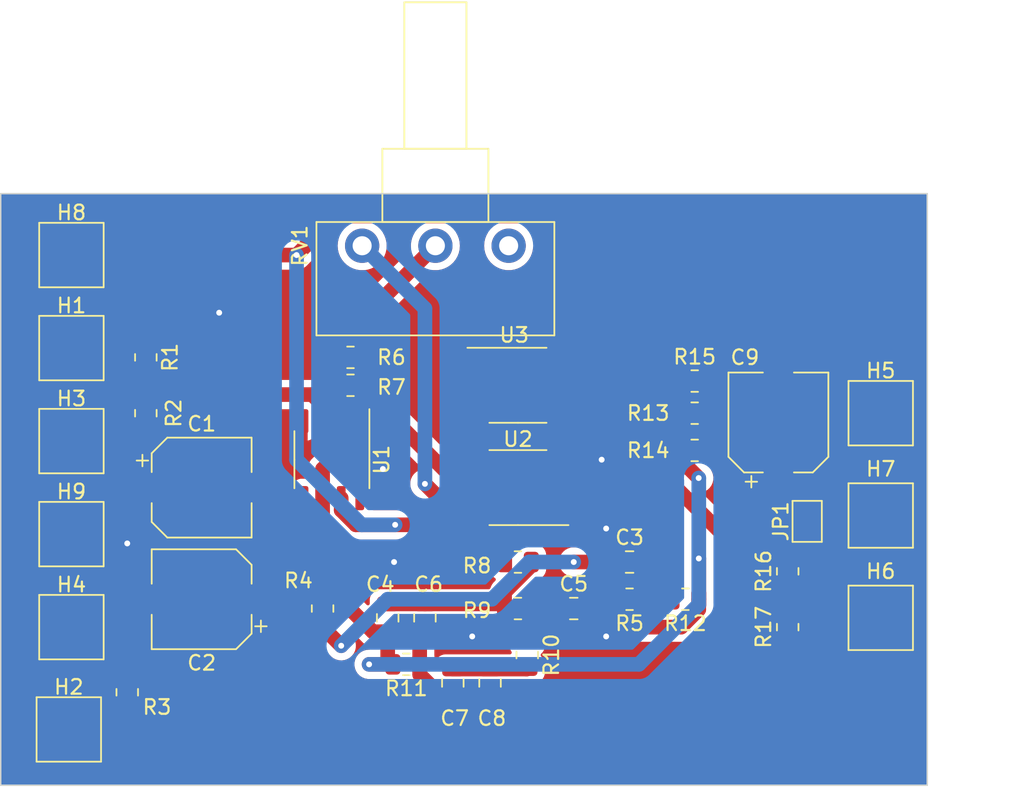
<source format=kicad_pcb>
(kicad_pcb (version 20221018) (generator pcbnew)
  (layers (0 "F.Cu" signal) (31 "B.Cu" signal) (34 "B.Paste" user) (35 "F.Paste" user) (36 "B.SilkS" user "B.Silkscreen") (37 "F.SilkS" user "F.Silkscreen") (38 "B.Mask" user) (39 "F.Mask" user) (44 "Edge.Cuts" user))
  (net 0 "")
  (net 1 "plus")
  (net 2 "Virtual_gnd")
  (net 3 "minus")
  (net 4 "Net-(C3-Pad1)")
  (net 5 "Net-(U2A-+)")
  (net 6 "Net-(C4-Pad1)")
  (net 7 "Net-(C5-Pad1)")
  (net 8 "Net-(C6-Pad1)")
  (net 9 "Net-(C7-Pad2)")
  (net 10 "stabilizer")
  (net 11 "Net-(JP1-B)")
  (net 12 "Net-(H2-Pad1)")
  (net 13 "Net-(H7-Pad1)")
  (net 14 "Net-(JP1-A)")
  (net 15 "Net-(U1-+)")
  (net 16 "Net-(U2B--)")
  (net 17 "Net-(R6-Pad2)")
  (net 18 "Filters")
  (net 19 "Net-(U3B--)")
  (net 20 "Net-(R13-Pad2)")
  (net 25 "Net-(U2A--)")
  (net 26 "Net-(U3A--)")
  (footprint "Resistor_SMD:R_0805_2012Metric" (layer "F.Cu") (at 60.145039 27.94)
    (fp_text reference "R13" (at -3.175 0) (layer "F.SilkS"))
    (fp_text value "30kR")
    (pad "1" smd roundrect (at -0.9125 0) (size 1.025 1.4) (layers "F.Cu" "F.Paste" "F.Mask") (roundrect_rratio 0.243902439) (net 19 "Net-(U3B--)"))
    (pad "2" smd roundrect (at 0.9125 0) (size 1.025 1.4) (layers "F.Cu" "F.Paste" "F.Mask") (roundrect_rratio 0.243902439) (net 20 "Net-(R13-Pad2)"))
  )
  (footprint "Capacitor_SMD:CP_Elec_6.3x5.2" (layer "F.Cu") (at 65.860039 28.575 90)
    (fp_text reference "C9" (at 4.445 -2.286 180) (layer "F.SilkS"))
    (fp_text value "10uF")
    (pad "1" smd roundrect (at -2.8 0 90) (size 3.5 1.6) (layers "F.Cu" "F.Paste" "F.Mask") (roundrect_rratio 0.15625) (net 3 "minus"))
    (pad "2" smd roundrect (at 2.8 0 90) (size 3.5 1.6) (layers "F.Cu" "F.Paste" "F.Mask") (roundrect_rratio 0.15625) (net 11 "Net-(JP1-B)"))
  )
  (footprint "TestPoint:TestPoint_Pad_4.0x4.0mm" (layer "F.Cu") (at 17.600039 23.495)
    (fp_text reference "H1" (at 0 -2.898) (layer "F.SilkS"))
    (fp_text value "RED_LED")
    (pad "1" smd rect (at 0 0) (size 4 4) (layers "F.Cu" "F.Mask") (net 1 "plus"))
  )
  (footprint "Resistor_SMD:R_0805_2012Metric" (layer "F.Cu") (at 36.650039 24.13 180)
    (fp_text reference "R6" (at -2.794 0) (layer "F.SilkS"))
    (fp_text value "75kR")
    (pad "1" smd roundrect (at -0.9125 0 180) (size 1.025 1.4) (layers "F.Cu" "F.Paste" "F.Mask") (roundrect_rratio 0.243902439) (net 16 "Net-(U2B--)"))
    (pad "2" smd roundrect (at 0.9125 0 180) (size 1.025 1.4) (layers "F.Cu" "F.Paste" "F.Mask") (roundrect_rratio 0.243902439) (net 17 "Net-(R6-Pad2)"))
  )
  (footprint "TestPoint:TestPoint_Pad_4.0x4.0mm" (layer "F.Cu") (at 17.600039 42.545)
    (fp_text reference "H4" (at 0 -2.898) (layer "F.SilkS"))
    (fp_text value "Photodiode" hide)
    (pad "1" smd rect (at 0 0) (size 4 4) (layers "F.Cu" "F.Mask") (net 4 "Net-(C3-Pad1)"))
  )
  (footprint "Package_SO:SOP-8_3.9x4.9mm_P1.27mm" (layer "F.Cu") (at 48.080039 33.02 180)
    (fp_text reference "U2" (at 0 3.302 180) (layer "F.SilkS"))
    (fp_text value "TLC272")
    (pad "1" smd roundrect (at -2.625 -1.905 180) (size 1.65 0.6) (layers "F.Cu" "F.Paste" "F.Mask") (net 25 "Net-(U2A--)"))
    (pad "2" smd roundrect (at -2.625 -0.635 180) (size 1.65 0.6) (layers "F.Cu" "F.Paste" "F.Mask") (net 25 "Net-(U2A--)"))
    (pad "3" smd roundrect (at -2.625 0.635 180) (size 1.65 0.6) (layers "F.Cu" "F.Paste" "F.Mask") (net 5 "Net-(U2A-+)"))
    (pad "4" smd roundrect (at -2.625 1.905 180) (size 1.65 0.6) (layers "F.Cu" "F.Paste" "F.Mask") (net 3 "minus"))
    (pad "5" smd roundrect (at 2.625 1.905 180) (size 1.65 0.6) (layers "F.Cu" "F.Paste" "F.Mask") (net 25 "Net-(U2A--)"))
    (pad "6" smd roundrect (at 2.625 0.635 180) (size 1.65 0.6) (layers "F.Cu" "F.Paste" "F.Mask") (net 16 "Net-(U2B--)"))
    (pad "7" smd roundrect (at 2.625 -0.635 180) (size 1.65 0.6) (layers "F.Cu" "F.Paste" "F.Mask") (net 18 "Filters"))
    (pad "8" smd roundrect (at 2.625 -1.905 180) (size 1.65 0.6) (layers "F.Cu" "F.Paste" "F.Mask") (net 1 "plus"))
  )
  (footprint "Resistor_SMD:R_0805_2012Metric" (layer "F.Cu") (at 22.680039 27.94 -90)
    (fp_text reference "R2" (at 0 -1.905 90) (layer "F.SilkS"))
    (fp_text value "47kR")
    (pad "1" smd roundrect (at -0.9125 0 270) (size 1.025 1.4) (layers "F.Cu" "F.Paste" "F.Mask") (roundrect_rratio 0.243902439) (net 15 "Net-(U1-+)"))
    (pad "2" smd roundrect (at 0.9125 0 270) (size 1.025 1.4) (layers "F.Cu" "F.Paste" "F.Mask") (roundrect_rratio 0.243902439) (net 3 "minus"))
  )
  (footprint "Resistor_SMD:R_0805_2012Metric" (layer "F.Cu") (at 66.495039 42.545 90)
    (fp_text reference "R17" (at 0 -1.65 90) (layer "F.SilkS"))
    (fp_text value "1kR")
    (pad "1" smd roundrect (at -0.9125 0 90) (size 1.025 1.4) (layers "F.Cu" "F.Paste" "F.Mask") (roundrect_rratio 0.243902439) (net 3 "minus"))
    (pad "2" smd roundrect (at 0.9125 0 90) (size 1.025 1.4) (layers "F.Cu" "F.Paste" "F.Mask") (roundrect_rratio 0.243902439) (net 13 "Net-(H7-Pad1)"))
  )
  (footprint "Resistor_SMD:R_0805_2012Metric" (layer "F.Cu") (at 34.745039 41.275 90)
    (fp_text reference "R4" (at 1.905 -1.651 180) (layer "F.SilkS"))
    (fp_text value "220kR")
    (pad "1" smd roundrect (at -0.9125 0 90) (size 1.025 1.4) (layers "F.Cu" "F.Paste" "F.Mask") (roundrect_rratio 0.243902439) (net 4 "Net-(C3-Pad1)"))
    (pad "2" smd roundrect (at 0.9125 0 90) (size 1.025 1.4) (layers "F.Cu" "F.Paste" "F.Mask") (roundrect_rratio 0.243902439) (net 2 "Virtual_gnd"))
  )
  (footprint "TestPoint:TestPoint_Pad_4.0x4.0mm" (layer "F.Cu") (at 72.845039 27.94)
    (fp_text reference "H5" (at 0 -2.898) (layer "F.SilkS"))
    (fp_text value "Output")
    (pad "1" smd rect (at 0 0) (size 4 4) (layers "F.Cu" "F.Mask") (net 11 "Net-(JP1-B)"))
  )
  (footprint "Capacitor_SMD:C_0805_2012Metric" (layer "F.Cu") (at 46.175039 46.355 -90)
    (fp_text reference "C8" (at 2.413 -0.127 -180) (layer "F.SilkS"))
    (fp_text value "2uF")
    (pad "1" smd roundrect (at -0.95 0 270) (size 1 1.45) (layers "F.Cu" "F.Paste" "F.Mask") (net 9 "Net-(C7-Pad2)"))
    (pad "2" smd roundrect (at 0.95 0 270) (size 1 1.45) (layers "F.Cu" "F.Paste" "F.Mask") (net 10 "stabilizer"))
  )
  (footprint "Resistor_SMD:R_0805_2012Metric" (layer "F.Cu") (at 36.650039 26.035 180)
    (fp_text reference "R7" (at -2.794 -0.127) (layer "F.SilkS"))
    (fp_text value "1,2kR")
    (pad "1" smd roundrect (at -0.9125 0 180) (size 1.025 1.4) (layers "F.Cu" "F.Paste" "F.Mask") (roundrect_rratio 0.243902439) (net 16 "Net-(U2B--)"))
    (pad "2" smd roundrect (at 0.9125 0 180) (size 1.025 1.4) (layers "F.Cu" "F.Paste" "F.Mask") (roundrect_rratio 0.243902439) (net 2 "Virtual_gnd"))
  )
  (footprint "Capacitor_SMD:C_0805_2012Metric" (layer "F.Cu") (at 39.190039 41.91 -90)
    (fp_text reference "C4" (at -2.286 0.508 -180) (layer "F.SilkS"))
    (fp_text value "1uF")
    (pad "1" smd roundrect (at -0.95 0 270) (size 1 1.45) (layers "F.Cu" "F.Paste" "F.Mask") (net 6 "Net-(C4-Pad1)"))
    (pad "2" smd roundrect (at 0.95 0 270) (size 1 1.45) (layers "F.Cu" "F.Paste" "F.Mask") (net 2 "Virtual_gnd"))
  )
  (footprint "Capacitor_SMD:C_0805_2012Metric" (layer "F.Cu") (at 51.890039 41.275)
    (fp_text reference "C5" (at 0 -1.68) (layer "F.SilkS"))
    (fp_text value "2uF")
    (pad "1" smd roundrect (at -0.95 0) (size 1 1.45) (layers "F.Cu" "F.Paste" "F.Mask") (net 7 "Net-(C5-Pad1)"))
    (pad "2" smd roundrect (at 0.95 0) (size 1 1.45) (layers "F.Cu" "F.Paste" "F.Mask") (net 2 "Virtual_gnd"))
  )
  (footprint "Package_SO:SOP-8_3.9x4.9mm_P1.27mm" (layer "F.Cu") (at 48.080039 26.035)
    (fp_text reference "U3" (at -0.254 -3.429) (layer "F.SilkS"))
    (fp_text value "TLC272")
    (pad "1" smd roundrect (at -2.625 -1.905) (size 1.65 0.6) (layers "F.Cu" "F.Paste" "F.Mask") (net 26 "Net-(U3A--)"))
    (pad "2" smd roundrect (at -2.625 -0.635) (size 1.65 0.6) (layers "F.Cu" "F.Paste" "F.Mask") (net 26 "Net-(U3A--)"))
    (pad "3" smd roundrect (at -2.625 0.635) (size 1.65 0.6) (layers "F.Cu" "F.Paste" "F.Mask") (net 10 "stabilizer"))
    (pad "4" smd roundrect (at -2.625 1.905) (size 1.65 0.6) (layers "F.Cu" "F.Paste" "F.Mask") (net 3 "minus"))
    (pad "5" smd roundrect (at 2.625 1.905) (size 1.65 0.6) (layers "F.Cu" "F.Paste" "F.Mask") (net 26 "Net-(U3A--)"))
    (pad "6" smd roundrect (at 2.625 0.635) (size 1.65 0.6) (layers "F.Cu" "F.Paste" "F.Mask") (net 19 "Net-(U3B--)"))
    (pad "7" smd roundrect (at 2.625 -0.635) (size 1.65 0.6) (layers "F.Cu" "F.Paste" "F.Mask") (net 20 "Net-(R13-Pad2)"))
    (pad "8" smd roundrect (at 2.625 -1.905) (size 1.65 0.6) (layers "F.Cu" "F.Paste" "F.Mask") (net 1 "plus"))
  )
  (footprint "Resistor_SMD:R_0805_2012Metric" (layer "F.Cu") (at 60.145039 30.48)
    (fp_text reference "R14" (at -3.175 0) (layer "F.SilkS"))
    (fp_text value "1.2kR")
    (pad "1" smd roundrect (at -0.9125 0) (size 1.025 1.4) (layers "F.Cu" "F.Paste" "F.Mask") (roundrect_rratio 0.243902439) (net 2 "Virtual_gnd"))
    (pad "2" smd roundrect (at 0.9125 0) (size 1.025 1.4) (layers "F.Cu" "F.Paste" "F.Mask") (roundrect_rratio 0.243902439) (net 19 "Net-(U3B--)"))
  )
  (footprint "Capacitor_SMD:CP_Elec_6.3x5.2" (layer "F.Cu") (at 26.490039 40.64 180)
    (fp_text reference "C2" (at 0 -4.35) (layer "F.SilkS"))
    (fp_text value "10uF")
    (pad "1" smd roundrect (at -2.8 0 180) (size 3.5 1.6) (layers "F.Cu" "F.Paste" "F.Mask") (roundrect_rratio 0.15625) (net 2 "Virtual_gnd"))
    (pad "2" smd roundrect (at 2.8 0 180) (size 3.5 1.6) (layers "F.Cu" "F.Paste" "F.Mask") (roundrect_rratio 0.15625) (net 3 "minus"))
  )
  (footprint "Resistor_SMD:R_0805_2012Metric" (layer "F.Cu") (at 48.715039 44.45 -90)
    (fp_text reference "R10" (at 0 -1.65 90) (layer "F.SilkS"))
    (fp_text value "3.3kR")
    (pad "1" smd roundrect (at -0.9125 0 270) (size 1.025 1.4) (layers "F.Cu" "F.Paste" "F.Mask") (roundrect_rratio 0.243902439) (net 7 "Net-(C5-Pad1)"))
    (pad "2" smd roundrect (at 0.9125 0 270) (size 1.025 1.4) (layers "F.Cu" "F.Paste" "F.Mask") (roundrect_rratio 0.243902439) (net 9 "Net-(C7-Pad2)"))
  )
  (footprint "TestPoint:TestPoint_Pad_4.0x4.0mm" (layer "F.Cu") (at 72.845039 34.925)
    (fp_text reference "H7" (at 0 -3.175) (layer "F.SilkS"))
    (fp_text value "Output_2")
    (pad "1" smd rect (at 0 0) (size 4 4) (layers "F.Cu" "F.Mask") (net 13 "Net-(H7-Pad1)"))
  )
  (footprint "Package_SO:SOP-8_3.9x4.9mm_P1.27mm" (layer "F.Cu") (at 35.380039 31.115 -90)
    (fp_text reference "U1" (at 0 -3.4 90) (layer "F.SilkS"))
    (fp_text value "TL071")
    (pad "1" smd roundrect (at -2.625 -1.905 270) (size 1.65 0.6) (layers "F.Cu" "F.Paste" "F.Mask"))
    (pad "2" smd roundrect (at -2.625 -0.635 270) (size 1.65 0.6) (layers "F.Cu" "F.Paste" "F.Mask") (net 2 "Virtual_gnd"))
    (pad "3" smd roundrect (at -2.625 0.635 270) (size 1.65 0.6) (layers "F.Cu" "F.Paste" "F.Mask") (net 15 "Net-(U1-+)"))
    (pad "4" smd roundrect (at -2.625 1.905 270) (size 1.65 0.6) (layers "F.Cu" "F.Paste" "F.Mask") (net 3 "minus"))
    (pad "5" smd roundrect (at 2.625 1.905 270) (size 1.65 0.6) (layers "F.Cu" "F.Paste" "F.Mask"))
    (pad "6" smd roundrect (at 2.625 0.635 270) (size 1.65 0.6) (layers "F.Cu" "F.Paste" "F.Mask") (net 2 "Virtual_gnd"))
    (pad "7" smd roundrect (at 2.625 -0.635 270) (size 1.65 0.6) (layers "F.Cu" "F.Paste" "F.Mask") (net 1 "plus"))
    (pad "8" smd roundrect (at 2.625 -1.905 270) (size 1.65 0.6) (layers "F.Cu" "F.Paste" "F.Mask"))
  )
  (footprint "Resistor_SMD:R_0805_2012Metric" (layer "F.Cu") (at 48.080039 38.1)
    (fp_text reference "R8" (at -2.794 0.254) (layer "F.SilkS"))
    (fp_text value "30kR")
    (pad "1" smd roundrect (at -0.9125 0) (size 1.025 1.4) (layers "F.Cu" "F.Paste" "F.Mask") (roundrect_rratio 0.243902439) (net 18 "Filters"))
    (pad "2" smd roundrect (at 0.9125 0) (size 1.025 1.4) (layers "F.Cu" "F.Paste" "F.Mask") (roundrect_rratio 0.243902439) (net 6 "Net-(C4-Pad1)"))
  )
  (footprint "Resistor_SMD:R_0805_2012Metric" (layer "F.Cu") (at 48.080039 41.275)
    (fp_text reference "R9" (at -2.794 0.127) (layer "F.SilkS"))
    (fp_text value "3.3kR")
    (pad "1" smd roundrect (at -0.9125 0) (size 1.025 1.4) (layers "F.Cu" "F.Paste" "F.Mask") (roundrect_rratio 0.243902439) (net 6 "Net-(C4-Pad1)"))
    (pad "2" smd roundrect (at 0.9125 0) (size 1.025 1.4) (layers "F.Cu" "F.Paste" "F.Mask") (roundrect_rratio 0.243902439) (net 7 "Net-(C5-Pad1)"))
  )
  (footprint "TestPoint:TestPoint_Pad_4.0x4.0mm" (layer "F.Cu") (at 17.600039 36.195)
    (fp_text reference "H9" (at 0 -2.898) (layer "F.SilkS"))
    (fp_text value "0V")
    (pad "1" smd rect (at 0 0) (size 4 4) (layers "F.Cu" "F.Mask") (net 3 "minus"))
  )
  (footprint "Capacitor_SMD:C_0805_2012Metric" (layer "F.Cu") (at 41.730039 41.91 90)
    (fp_text reference "C6" (at 2.286 0.254 180) (layer "F.SilkS"))
    (fp_text value "1uF")
    (pad "1" smd roundrect (at -0.95 0 90) (size 1 1.45) (layers "F.Cu" "F.Paste" "F.Mask") (net 8 "Net-(C6-Pad1)"))
    (pad "2" smd roundrect (at 0.95 0 90) (size 1 1.45) (layers "F.Cu" "F.Paste" "F.Mask") (net 6 "Net-(C4-Pad1)"))
  )
  (footprint "Jumper:SolderJumper-2_P1.3mm_Open_TrianglePad1.0x1.5mm" (layer "F.Cu") (at 67.824221 35.324182 90)
    (fp_text reference "JP1" (at 0 -1.8 90) (layer "F.SilkS"))
    (fp_text value "SolderJumper_2_Open")
    (pad "1" smd custom (at -0.725 0 90) (size 0.3 0.3) (layers "F.Cu" "F.Mask") (net 14 "Net-(JP1-A)") (options (clearance outline) (anchor rect)) (primitives (gr_poly (pts (xy 1 0) (xy 0.5 0.75) (xy -0.5 0.75) (xy -0.5 -0.75) (xy 0.5 -0.75)) (width 0) (fill yes))))
    (pad "2" smd custom (at 0.725 0 90) (size 0.3 0.3) (layers "F.Cu" "F.Mask") (net 11 "Net-(JP1-B)") (options (clearance outline) (anchor rect)) (primitives (gr_poly (pts (xy 0.5 0.75) (xy -0.65 0.75) (xy -0.15 0) (xy -0.65 -0.75) (xy 0.5 -0.75)) (width 0) (fill yes))))
  )
  (footprint "TestPoint:TestPoint_Pad_4.0x4.0mm" (layer "F.Cu") (at 72.845039 41.91)
    (fp_text reference "H6" (at 0 -3.173) (layer "F.SilkS"))
    (fp_text value "Gnd")
    (pad "1" smd rect (at 0 0) (size 4 4) (layers "F.Cu" "F.Mask") (net 3 "minus"))
  )
  (footprint "TestPoint:TestPoint_Pad_4.0x4.0mm" (layer "F.Cu") (at 17.600039 29.845)
    (fp_text reference "H3" (at 0 -2.898) (layer "F.SilkS"))
    (fp_text value "Photodiode")
    (pad "1" smd rect (at 0 0) (size 4 4) (layers "F.Cu" "F.Mask") (net 1 "plus"))
  )
  (footprint "Resistor_SMD:R_0805_2012Metric" (layer "F.Cu") (at 21.410039 46.99 90)
    (fp_text reference "R3" (at -1.016 2.032 180) (layer "F.SilkS"))
    (fp_text value "100R")
    (pad "1" smd roundrect (at -0.9125 0 90) (size 1.025 1.4) (layers "F.Cu" "F.Paste" "F.Mask") (roundrect_rratio 0.243902439) (net 12 "Net-(H2-Pad1)"))
    (pad "2" smd roundrect (at 0.9125 0 90) (size 1.025 1.4) (layers "F.Cu" "F.Paste" "F.Mask") (roundrect_rratio 0.243902439) (net 3 "minus"))
  )
  (footprint "TestPoint:TestPoint_Pad_4.0x4.0mm" (layer "F.Cu") (at 17.600039 17.145)
    (fp_text reference "H8" (at 0 -2.898) (layer "F.SilkS"))
    (fp_text value "+5V")
    (pad "1" smd rect (at 0 0) (size 4 4) (layers "F.Cu" "F.Mask") (net 1 "plus"))
  )
  (footprint "Capacitor_SMD:CP_Elec_6.3x5.2" (layer "F.Cu") (at 26.490039 33.02)
    (fp_text reference "C1" (at 0 -4.35) (layer "F.SilkS"))
    (fp_text value "10uF")
    (pad "1" smd roundrect (at -2.8 0) (size 3.5 1.6) (layers "F.Cu" "F.Paste" "F.Mask") (roundrect_rratio 0.15625) (net 1 "plus"))
    (pad "2" smd roundrect (at 2.8 0) (size 3.5 1.6) (layers "F.Cu" "F.Paste" "F.Mask") (roundrect_rratio 0.15625) (net 2 "Virtual_gnd"))
  )
  (footprint "Resistor_SMD:R_0805_2012Metric" (layer "F.Cu") (at 55.700039 40.64 180)
    (fp_text reference "R5" (at 0 -1.65) (layer "F.SilkS"))
    (fp_text value "150kR")
    (pad "1" smd roundrect (at -0.9125 0 180) (size 1.025 1.4) (layers "F.Cu" "F.Paste" "F.Mask") (roundrect_rratio 0.243902439) (net 5 "Net-(U2A-+)"))
    (pad "2" smd roundrect (at 0.9125 0 180) (size 1.025 1.4) (layers "F.Cu" "F.Paste" "F.Mask") (roundrect_rratio 0.243902439) (net 2 "Virtual_gnd"))
  )
  (footprint "Resistor_SMD:R_0805_2012Metric" (layer "F.Cu") (at 59.510039 40.64 180)
    (fp_text reference "R12" (at 0 -1.65) (layer "F.SilkS"))
    (fp_text value "150kR")
    (pad "1" smd roundrect (at -0.9125 0 180) (size 1.025 1.4) (layers "F.Cu" "F.Paste" "F.Mask") (roundrect_rratio 0.243902439) (net 2 "Virtual_gnd"))
    (pad "2" smd roundrect (at 0.9125 0 180) (size 1.025 1.4) (layers "F.Cu" "F.Paste" "F.Mask") (roundrect_rratio 0.243902439) (net 10 "stabilizer"))
  )
  (footprint "Resistor_SMD:R_0805_2012Metric" (layer "F.Cu") (at 40.460039 45.085 180)
    (fp_text reference "R11" (at 0 -1.65) (layer "F.SilkS"))
    (fp_text value "1.5kR")
    (pad "1" smd roundrect (at -0.9125 0 180) (size 1.025 1.4) (layers "F.Cu" "F.Paste" "F.Mask") (roundrect_rratio 0.243902439) (net 8 "Net-(C6-Pad1)"))
    (pad "2" smd roundrect (at 0.9125 0 180) (size 1.025 1.4) (layers "F.Cu" "F.Paste" "F.Mask") (roundrect_rratio 0.243902439) (net 2 "Virtual_gnd"))
  )
  (footprint "Resistor_SMD:R_0805_2012Metric" (layer "F.Cu") (at 66.495039 38.735 90)
    (fp_text reference "R16" (at 0 -1.65 90) (layer "F.SilkS"))
    (fp_text value "2kR")
    (pad "1" smd roundrect (at -0.9125 0 90) (size 1.025 1.4) (layers "F.Cu" "F.Paste" "F.Mask") (roundrect_rratio 0.243902439) (net 13 "Net-(H7-Pad1)"))
    (pad "2" smd roundrect (at 0.9125 0 90) (size 1.025 1.4) (layers "F.Cu" "F.Paste" "F.Mask") (roundrect_rratio 0.243902439) (net 14 "Net-(JP1-A)"))
  )
  (footprint "Capacitor_SMD:C_0805_2012Metric" (layer "F.Cu") (at 43.635039 46.355 90)
    (fp_text reference "C7" (at -2.413 0.127) (layer "F.SilkS"))
    (fp_text value "1uF")
    (pad "1" smd roundrect (at -0.95 0 90) (size 1 1.45) (layers "F.Cu" "F.Paste" "F.Mask") (net 8 "Net-(C6-Pad1)"))
    (pad "2" smd roundrect (at 0.95 0 90) (size 1 1.45) (layers "F.Cu" "F.Paste" "F.Mask") (net 9 "Net-(C7-Pad2)"))
  )
  (footprint "Potentiometer_THT:Potentiometer_Piher_T-16H_Single_Horizontal" (layer "F.Cu") (at 47.445039 16.51 90)
    (fp_text reference "RV1" (at 0 -14.25 90) (layer "F.SilkS"))
    (fp_text value "100k")
    (pad "1" thru_hole circle (at 0 0 90) (size 2.34 2.34) (drill 1.3) (layers "*.Cu" "*.Mask"))
    (pad "2" thru_hole circle (at 0 -5 90) (size 2.34 2.34) (drill 1.3) (layers "*.Cu" "*.Mask") (net 17 "Net-(R6-Pad2)"))
    (pad "3" thru_hole circle (at 0 -10 90) (size 2.34 2.34) (drill 1.3) (layers "*.Cu" "*.Mask") (net 18 "Filters"))
  )
  (footprint "TestPoint:TestPoint_Pad_4.0x4.0mm" (layer "F.Cu") (at 17.421289 49.53)
    (fp_text reference "H2" (at 0 -2.898) (layer "F.SilkS"))
    (fp_text value "RED_LED")
    (pad "1" smd rect (at 0 0) (size 4 4) (layers "F.Cu" "F.Mask") (net 12 "Net-(H2-Pad1)"))
  )
  (footprint "Resistor_SMD:R_0805_2012Metric" (layer "F.Cu") (at 22.680039 24.13 -90)
    (fp_text reference "R1" (at 0 -1.65 90) (layer "F.SilkS"))
    (fp_text value "47kR")
    (pad "1" smd roundrect (at -0.9125 0 270) (size 1.025 1.4) (layers "F.Cu" "F.Paste" "F.Mask") (roundrect_rratio 0.243902439) (net 1 "plus"))
    (pad "2" smd roundrect (at 0.9125 0 270) (size 1.025 1.4) (layers "F.Cu" "F.Paste" "F.Mask") (roundrect_rratio 0.243902439) (net 15 "Net-(U1-+)"))
  )
  (footprint "Capacitor_SMD:C_0805_2012Metric" (layer "F.Cu") (at 55.700039 38.1)
    (fp_text reference "C3" (at 0 -1.68) (layer "F.SilkS"))
    (fp_text value "2uF")
    (pad "1" smd roundrect (at -0.95 0) (size 1 1.45) (layers "F.Cu" "F.Paste" "F.Mask") (net 4 "Net-(C3-Pad1)"))
    (pad "2" smd roundrect (at 0.95 0) (size 1 1.45) (layers "F.Cu" "F.Paste" "F.Mask") (net 5 "Net-(U2A-+)"))
  )
  (footprint "Resistor_SMD:R_0805_2012Metric" (layer "F.Cu") (at 60.145039 25.747078)
    (fp_text reference "R15" (at 0 -1.65) (layer "F.SilkS"))
    (fp_text value "2kR")
    (pad "1" smd roundrect (at -0.9125 0) (size 1.025 1.4) (layers "F.Cu" "F.Paste" "F.Mask") (roundrect_rratio 0.243902439) (net 20 "Net-(R13-Pad2)"))
    (pad "2" smd roundrect (at 0.9125 0) (size 1.025 1.4) (layers "F.Cu" "F.Paste" "F.Mask") (roundrect_rratio 0.243902439) (net 11 "Net-(JP1-B)"))
  )
  (gr_line (start 12.774039 12.954) (end 12.774039 53.34) (stroke (width 0.1)) (layer "Edge.Cuts"))
  (gr_line (start 12.774039 53.34) (end 76.020039 53.34) (stroke (width 0.1)) (layer "Edge.Cuts"))
  (gr_line (start 76.020039 53.34) (end 76.020039 12.954) (stroke (width 0.1)) (layer "Edge.Cuts"))
  (gr_line (start 76.020039 12.954) (end 12.774039 12.954) (stroke (width 0.1)) (layer "Edge.Cuts"))
  (segment (start 35.633964 14.478) (end 48.588039 14.478) (width 1) (layer "F.Cu") (net 1))
  (segment (start 17.600039 17.145) (end 17.600039 23.495) (width 1) (layer "F.Cu") (net 1))
  (segment (start 17.600039 29.845) (end 20.775039 33.02) (width 1) (layer "F.Cu") (net 1))
  (segment (start 51.580039 17.47) (end 51.580039 22.86) (width 1) (layer "F.Cu") (net 1))
  (segment (start 36.015039 34.564999) (end 37.01004 35.56) (width 1) (layer "F.Cu") (net 1))
  (segment (start 23.055039 32.385) (end 23.690039 33.02) (width 0.5) (layer "F.Cu") (net 1))
  (segment (start 17.600039 23.495) (end 18.870039 24.765) (width 0.5) (layer "F.Cu") (net 1))
  (segment (start 43.000039 34.925) (end 45.455039 34.925) (width 1) (layer "F.Cu") (net 1))
  (segment (start 37.01004 35.56) (end 42.365039 35.56) (width 1) (layer "F.Cu") (net 1))
  (segment (start 20.775039 33.02) (end 23.690039 33.02) (width 1) (layer "F.Cu") (net 1))
  (segment (start 50.705039 24.13) (end 51.580039 23.255) (width 1) (layer "F.Cu") (net 1))
  (segment (start 42.365039 35.56) (end 43.000039 34.925) (width 1) (layer "F.Cu") (net 1))
  (segment (start 51.580039 23.255) (end 51.580039 22.86) (width 1) (layer "F.Cu") (net 1))
  (segment (start 17.600039 23.495) (end 17.600039 29.845) (width 1) (layer "F.Cu") (net 1))
  (segment (start 36.015039 33.74) (end 36.015039 34.564999) (width 1) (layer "F.Cu") (net 1))
  (segment (start 22.680039 23.2175) (end 17.877539 23.2175) (width 1) (layer "F.Cu") (net 1))
  (segment (start 17.877539 23.2175) (end 17.600039 23.495) (width 1) (layer "F.Cu") (net 1))
  (segment (start 32.966964 17.145) (end 35.633964 14.478) (width 1) (layer "F.Cu") (net 1))
  (segment (start 48.588039 14.478) (end 51.580039 17.47) (width 1) (layer "F.Cu") (net 1))
  (segment (start 17.600039 17.145) (end 32.966964 17.145) (width 1) (layer "F.Cu") (net 1))
  (via (at 39.698039 35.56) (size 0.8) (drill 0.4) (layers "F.Cu" "B.Cu") (net 1))
  (via (at 32.966964 17.145) (size 0.8) (drill 0.4) (layers "F.Cu" "B.Cu") (net 1))
  (segment (start 37.412039 35.56) (end 32.966964 31.114925) (width 1) (layer "B.Cu") (net 1))
  (segment (start 39.698039 35.56) (end 37.412039 35.56) (width 1) (layer "B.Cu") (net 1))
  (segment (start 32.966964 31.114925) (end 32.966964 17.145) (width 1) (layer "B.Cu") (net 1))
  (segment (start 60.416491 32.367548) (end 59.232539 31.183596) (width 1) (layer "F.Cu") (net 2))
  (segment (start 34.110039 40.64) (end 34.745039 40.005) (width 0.5) (layer "F.Cu") (net 2))
  (segment (start 39.190039 44.7275) (end 39.190039 42.86) (width 1) (layer "F.Cu") (net 2))
  (segment (start 39.190039 42.86) (end 38.175254 42.86) (width 1) (layer "F.Cu") (net 2))
  (segment (start 29.567539 40.3625) (end 29.290039 40.64) (width 1) (layer "F.Cu") (net 2))
  (segment (start 29.290039 33.02) (end 29.290039 40.64) (width 1) (layer "F.Cu") (net 2))
  (segment (start 33.475039 40.3625) (end 33.752539 40.3625) (width 1) (layer "F.Cu") (net 2))
  (segment (start 36.015039 28.49) (end 36.015039 26.3125) (width 1) (layer "F.Cu") (net 2))
  (segment (start 34.745039 39.37) (end 34.745039 33.74) (width 0.5) (layer "F.Cu") (net 2))
  (segment (start 59.217539 42.545) (end 60.422539 41.34) (width 1) (layer "F.Cu") (net 2))
  (segment (start 36.015039 30.48) (end 36.015039 28.49) (width 1) (layer "F.Cu") (net 2))
  (segment (start 54.787539 40.64) (end 54.787539 41.34) (width 1) (layer "F.Cu") (net 2))
  (segment (start 34.745039 40.3625) (end 33.475039 40.3625) (width 1) (layer "F.Cu") (net 2))
  (segment (start 54.152539 41.275) (end 54.787539 40.64) (width 1) (layer "F.Cu") (net 2))
  (segment (start 34.430039 40.64) (end 29.290039 40.64) (width 0.5) (layer "F.Cu") (net 2))
  (segment (start 55.992539 42.545) (end 59.217539 42.545) (width 1) (layer "F.Cu") (net 2))
  (segment (start 34.745039 40.005) (end 34.745039 39.37) (width 0.5) (layer "F.Cu") (net 2))
  (segment (start 52.840039 41.275) (end 54.152539 41.275) (width 1) (layer "F.Cu") (net 2))
  (segment (start 35.677754 40.302715) (end 34.745039 39.37) (width 1) (layer "F.Cu") (net 2))
  (segment (start 39.547539 45.085) (end 37.920039 45.085) (width 1) (layer "F.Cu") (net 2))
  (segment (start 54.787539 41.34) (end 55.992539 42.545) (width 1) (layer "F.Cu") (net 2))
  (segment (start 33.475039 40.3625) (end 29.567539 40.3625) (width 1) (layer "F.Cu") (net 2))
  (segment (start 34.745039 40.3625) (end 34.647539 40.3625) (width 0.5) (layer "F.Cu") (net 2))
  (segment (start 35.677754 40.3625) (end 34.745039 40.3625) (width 1) (layer "F.Cu") (net 2))
  (segment (start 34.745039 39.37) (end 34.745039 31.75) (width 1) (layer "F.Cu") (net 2))
  (segment (start 34.745039 33.74) (end 34.745039 31.75) (width 0.5) (layer "F.Cu") (net 2))
  (segment (start 35.677754 40.3625) (end 35.677754 40.302715) (width 1) (layer "F.Cu") (net 2))
  (segment (start 34.745039 31.75) (end 36.015039 30.48) (width 1) (layer "F.Cu") (net 2))
  (segment (start 39.547539 45.085) (end 39.190039 44.7275) (width 1) (layer "F.Cu") (net 2))
  (segment (start 60.425729 37.858067) (end 60.425729 40.63681) (width 1) (layer "F.Cu") (net 2))
  (segment (start 33.752539 40.3625) (end 34.745039 39.37) (width 1) (layer "F.Cu") (net 2))
  (segment (start 34.370039 40.64) (end 34.110039 40.64) (width 0.5) (layer "F.Cu") (net 2))
  (segment (start 59.232539 31.183596) (end 59.232539 30.48) (width 1) (layer "F.Cu") (net 2))
  (segment (start 38.175254 42.86) (end 35.677754 40.3625) (width 1) (layer "F.Cu") (net 2))
  (segment (start 60.425729 40.63681) (end 60.422539 40.64) (width 1) (layer "F.Cu") (net 2))
  (segment (start 34.647539 40.3625) (end 34.370039 40.64) (width 0.5) (layer "F.Cu") (net 2))
  (segment (start 36.015039 26.3125) (end 35.737539 26.035) (width 1) (layer "F.Cu") (net 2))
  (segment (start 34.110039 40.64) (end 29.290039 40.64) (width 0.5) (layer "F.Cu") (net 2))
  (segment (start 60.422539 41.34) (end 60.422539 40.64) (width 1) (layer "F.Cu") (net 2))
  (via (at 37.920039 45.085) (size 0.8) (drill 0.4) (layers "F.Cu" "B.Cu") (net 2))
  (via (at 60.425729 37.858067) (size 0.8) (drill 0.4) (layers "F.Cu" "B.Cu") (net 2))
  (via (at 60.416491 32.367548) (size 0.8) (drill 0.4) (layers "F.Cu" "B.Cu") (net 2))
  (segment (start 60.425729 37.858067) (end 60.425729 40.99431) (width 1) (layer "B.Cu") (net 2))
  (segment (start 60.416491 32.367548) (end 60.425729 32.376786) (width 1) (layer "B.Cu") (net 2))
  (segment (start 60.425729 32.376786) (end 60.425729 37.858067) (width 1) (layer "B.Cu") (net 2))
  (segment (start 60.425729 40.99431) (end 56.335039 45.085) (width 1) (layer "B.Cu") (net 2))
  (segment (start 56.335039 45.085) (end 37.920039 45.085) (width 1) (layer "B.Cu") (net 2))
  (segment (start 71.297539 43.4575) (end 72.845039 41.91) (width 1) (layer "F.Cu") (net 3))
  (segment (start 65.006289 43.4575) (end 64.728789 43.18) (width 1) (layer "F.Cu") (net 3))
  (segment (start 45.540039 27.94) (end 45.455039 27.94) (width 1) (layer "F.Cu") (net 3))
  (segment (start 25.474039 28.8525) (end 22.680039 28.8525) (width 1) (layer "F.Cu") (net 3))
  (segment (start 64.728789 45.22375) (end 64.728789 44.196) (width 1) (layer "F.Cu") (net 3))
  (segment (start 66.495039 43.4575) (end 66.137539 43.815) (width 0.5) (layer "F.Cu") (net 3))
  (segment (start 64.728789 44.196) (end 64.728789 43.18) (width 1) (layer "F.Cu") (net 3))
  (segment (start 21.410039 36.83) (end 18.235039 36.83) (width 1) (layer "F.Cu") (net 3))
  (segment (start 64.728789 32.50625) (end 65.860039 31.375) (width 1) (layer "F.Cu") (net 3))
  (segment (start 27.506039 28.8525) (end 28.014039 28.8525) (width 1) (layer "F.Cu") (net 3))
  (segment (start 72.721289 42.03375) (end 72.210039 42.03375) (width 0.5) (layer "F.Cu") (net 3))
  (segment (start 66.495039 43.4575) (end 71.297539 43.4575) (width 1) (layer "F.Cu") (net 3))
  (segment (start 26.490039 29.8685) (end 25.474039 28.8525) (width 1) (layer "F.Cu") (net 3))
  (segment (start 26.490039 37.84) (end 26.490039 29.8685) (width 1) (layer "F.Cu") (net 3))
  (segment (start 26.490039 29.8685) (end 27.506039 28.8525) (width 1) (layer "F.Cu") (net 3))
  (segment (start 72.210039 42.03375) (end 71.063789 43.18) (width 0.5) (layer "F.Cu") (net 3))
  (segment (start 29.641539 46.0775) (end 33.348039 49.784) (width 1) (layer "F.Cu") (net 3))
  (segment (start 65.006289 43.4575) (end 65.006289 43.9185) (width 1) (layer "F.Cu") (net 3))
  (segment (start 72.210039 42.545) (end 72.721289 42.03375) (width 0.5) (layer "F.Cu") (net 3))
  (segment (start 17.600039 36.576) (end 14.425039 39.751) (width 1) (layer "F.Cu") (net 3))
  (segment (start 23.690039 40.64) (end 26.490039 37.84) (width 1) (layer "F.Cu") (net 3))
  (segment (start 15.417539 46.0775) (end 21.410039 46.0775) (width 1) (layer "F.Cu") (net 3))
  (segment (start 22.680039 28.8525) (end 28.014039 28.8525) (width 1) (layer "F.Cu") (net 3))
  (segment (start 65.006289 43.9185) (end 64.728789 44.196) (width 1) (layer "F.Cu") (net 3))
  (segment (start 18.235039 36.83) (end 17.600039 36.195) (width 1) (layer "F.Cu") (net 3))
  (segment (start 22.045039 40.64) (end 23.690039 40.64) (width 0.5) (layer "F.Cu") (net 3))
  (segment (start 72.210039 42.03375) (end 72.333789 41.91) (width 0.5) (layer "F.Cu") (net 3))
  (segment (start 14.425039 39.751) (end 14.425039 45.085) (width 1) (layer "F.Cu") (net 3))
  (segment (start 17.600039 36.195) (end 17.600039 36.576) (width 1) (layer "F.Cu") (net 3))
  (segment (start 21.410039 46.0775) (end 29.641539 46.0775) (width 1) (layer "F.Cu") (net 3))
  (segment (start 17.600039 36.195) (end 22.045039 40.64) (width 1) (layer "F.Cu") (net 3))
  (segment (start 64.728789 43.18) (end 64.728789 32.50625) (width 1) (layer "F.Cu") (net 3))
  (segment (start 33.348039 49.784) (end 60.168539 49.784) (width 1) (layer "F.Cu") (net 3))
  (segment (start 66.495039 43.4575) (end 65.006289 43.4575) (width 1) (layer "F.Cu") (net 3))
  (segment (start 33.112539 28.8525) (end 33.475039 28.49) (width 0.5) (layer "F.Cu") (net 3))
  (segment (start 48.715039 31.115) (end 45.540039 27.94) (width 1) (layer "F.Cu") (net 3))
  (segment (start 14.425039 45.085) (end 15.417539 46.0775) (width 1) (layer "F.Cu") (net 3))
  (segment (start 28.014039 28.8525) (end 33.112539 28.8525) (width 1) (layer "F.Cu") (net 3))
  (segment (start 60.168539 49.784) (end 64.728789 45.22375) (width 1) (layer "F.Cu") (net 3))
  (segment (start 66.772539 43.18) (end 66.495039 43.4575) (width 0.5) (layer "F.Cu") (net 3))
  (segment (start 72.333789 41.91) (end 72.845039 41.91) (width 0.5) (layer "F.Cu") (net 3))
  (segment (start 64.728789 45.22375) (end 66.495039 43.4575) (width 1) (layer "F.Cu") (net 3))
  (segment (start 53.795039 31.115) (end 48.715039 31.115) (width 1) (layer "F.Cu") (net 3))
  (via (at 21.410039 36.83) (size 0.8) (drill 0.4) (layers "F.Cu" "B.Cu") (net 3))
  (via (at 38.862 31.75) (size 0.8) (drill 0.4) (layers "F.Cu" "B.Cu") (net 3))
  (via (at 54.102 43.18) (size 0.8) (drill 0.4) (layers "F.Cu" "B.Cu") (net 3))
  (via (at 53.795039 31.115) (size 0.8) (drill 0.4) (layers "F.Cu" "B.Cu") (net 3))
  (via (at 44.958 43.18) (size 0.8) (drill 0.4) (layers "F.Cu" "B.Cu") (net 3))
  (via (at 27.686 21.082) (size 0.8) (drill 0.4) (layers "F.Cu" "B.Cu") (net 3))
  (via (at 54.102 35.814) (size 0.8) (drill 0.4) (layers "F.Cu" "B.Cu") (net 3))
  (via (at 39.624 38.1) (size 0.8) (drill 0.4) (layers "F.Cu" "B.Cu") (net 3))
  (segment (start 54.102 31.421961) (end 53.795039 31.115) (width 1) (layer "B.Cu") (net 3))
  (segment (start 39.624 38.1) (end 44.016039 38.1) (width 1) (layer "B.Cu") (net 3))
  (segment (start 28.194 21.59) (end 28.194 30.988) (width 1) (layer "B.Cu") (net 3))
  (segment (start 27.686 21.082) (end 28.194 21.59) (width 1) (layer "B.Cu") (net 3))
  (segment (start 28.194 30.988) (end 35.306 38.1) (width 1) (layer "B.Cu") (net 3))
  (segment (start 44.958 43.18) (end 54.102 43.18) (width 1) (layer "B.Cu") (net 3))
  (segment (start 51.001039 31.115) (end 53.795039 31.115) (width 1) (layer "B.Cu") (net 3))
  (segment (start 44.016039 38.1) (end 51.001039 31.115) (width 1) (layer "B.Cu") (net 3))
  (segment (start 39.624 38.1) (end 22.680039 38.1) (width 1) (layer "B.Cu") (net 3))
  (segment (start 22.680039 38.1) (end 21.410039 36.83) (width 1) (layer "B.Cu") (net 3))
  (segment (start 54.102 43.18) (end 54.102 31.421961) (width 1) (layer "B.Cu") (net 3))
  (segment (start 34.745039 42.545) (end 34.745039 42.1875) (width 0.5) (layer "F.Cu") (net 4))
  (segment (start 36.015039 43.815) (end 34.745039 42.545) (width 1) (layer "F.Cu") (net 4))
  (segment (start 17.600039 42.545) (end 34.387539 42.545) (width 0.5) (layer "F.Cu") (net 4))
  (segment (start 17.600039 42.545) (end 34.745039 42.545) (width 1) (layer "F.Cu") (net 4))
  (segment (start 34.387539 42.545) (end 34.745039 42.1875) (width 0.5) (layer "F.Cu") (net 4))
  (segment (start 54.750039 38.1) (end 51.890039 38.1) (width 1) (layer "F.Cu") (net 4))
  (via (at 51.890039 38.1) (size 0.8) (drill 0.4) (layers "F.Cu" "B.Cu") (net 4))
  (via (at 36.015039 43.815) (size 0.8) (drill 0.4) (layers "F.Cu" "B.Cu") (net 4))
  (segment (start 36.015039 43.815) (end 39.190039 40.64) (width 1) (layer "B.Cu") (net 4))
  (segment (start 39.190039 40.64) (end 46.302039 40.64) (width 1) (layer "B.Cu") (net 4))
  (segment (start 48.842039 38.1) (end 51.890039 38.1) (width 1) (layer "B.Cu") (net 4))
  (segment (start 46.302039 40.64) (end 48.842039 38.1) (width 1) (layer "B.Cu") (net 4))
  (segment (start 52.530038 32.385) (end 50.705039 32.385) (width 1) (layer "F.Cu") (net 5))
  (segment (start 56.612539 36.467501) (end 52.530038 32.385) (width 1) (layer "F.Cu") (net 5))
  (segment (start 56.612539 40.64) (end 56.612539 36.467501) (width 1) (layer "F.Cu") (net 5))
  (segment (start 39.190039 40.96) (end 41.730039 40.96) (width 1) (layer "F.Cu") (net 6))
  (segment (start 48.992539 38.33793) (end 48.992539 38.1) (width 1) (layer "F.Cu") (net 6))
  (segment (start 47.167539 41.275) (end 47.167539 40.16293) (width 1) (layer "F.Cu") (net 6))
  (segment (start 46.852539 40.96) (end 47.167539 41.275) (width 1) (layer "F.Cu") (net 6))
  (segment (start 47.167539 40.16293) (end 48.992539 38.33793) (width 1) (layer "F.Cu") (net 6))
  (segment (start 41.730039 40.96) (end 46.852539 40.96) (width 1) (layer "F.Cu") (net 6))
  (segment (start 48.992539 43.26) (end 48.992539 41.275) (width 1) (layer "F.Cu") (net 7))
  (segment (start 48.992539 41.275) (end 50.940039 41.275) (width 1) (layer "F.Cu") (net 7))
  (segment (start 48.715039 43.5375) (end 48.992539 43.26) (width 1) (layer "F.Cu") (net 7))
  (segment (start 41.372539 45.085) (end 41.372539 45.785) (width 1) (layer "F.Cu") (net 8))
  (segment (start 42.892539 47.305) (end 43.635039 47.305) (width 1) (layer "F.Cu") (net 8))
  (segment (start 41.372539 45.785) (end 42.892539 47.305) (width 1) (layer "F.Cu") (net 8))
  (segment (start 41.730039 42.86) (end 41.372539 43.2175) (width 1) (layer "F.Cu") (net 8))
  (segment (start 41.372539 43.2175) (end 41.372539 45.085) (width 1) (layer "F.Cu") (net 8))
  (segment (start 43.635039 45.405) (end 48.672539 45.405) (width 1) (layer "F.Cu") (net 9))
  (segment (start 46.175039 45.405) (end 48.672539 45.405) (width 0.5) (layer "F.Cu") (net 9))
  (segment (start 48.672539 45.405) (end 48.715039 45.3625) (width 1) (layer "F.Cu") (net 9))
  (segment (start 43.635039 45.405) (end 46.175039 45.405) (width 0.5) (layer "F.Cu") (net 9))
  (segment (start 62.362538 36.517501) (end 62.558039 36.713002) (width 1) (layer "F.Cu") (net 10))
  (segment (start 46.302039 26.67) (end 48.842039 29.21) (width 1) (layer "F.Cu") (net 10))
  (segment (start 57.417039 47.305) (end 46.175039 47.305) (width 1) (layer "F.Cu") (net 10))
  (segment (start 46.302039 26.67) (end 45.455039 26.67) (width 1) (layer "F.Cu") (net 10))
  (segment (start 58.597539 32.752502) (end 57.600038 31.755001) (width 0.5) (layer "F.Cu") (net 10))
  (segment (start 62.362538 36.517501) (end 57.600038 31.755001) (width 0.5) (layer "F.Cu") (net 10))
  (segment (start 57.600038 31.755001) (end 55.055037 29.21) (width 0.5) (layer "F.Cu") (net 10))
  (segment (start 62.558039 42.164) (end 57.417039 47.305) (width 1) (layer "F.Cu") (net 10))
  (segment (start 58.597539 32.752502) (end 55.055037 29.21) (width 1) (layer "F.Cu") (net 10))
  (segment (start 62.362538 36.517501) (end 58.597539 32.752502) (width 1) (layer "F.Cu") (net 10))
  (segment (start 48.842039 29.21) (end 55.055037 29.21) (width 1) (layer "F.Cu") (net 10))
  (segment (start 58.597539 32.752502) (end 58.597539 40.64) (width 1) (layer "F.Cu") (net 10))
  (segment (start 62.558039 36.713002) (end 62.558039 42.164) (width 1) (layer "F.Cu") (net 10))
  (segment (start 72.845039 28.829) (end 72.845039 27.94) (width 1) (layer "F.Cu") (net 11))
  (segment (start 67.480487 25.747078) (end 69.673409 27.94) (width 1) (layer "F.Cu") (net 11))
  (segment (start 60.920039 25.747078) (end 65.832117 25.747078) (width 0.5) (layer "F.Cu") (net 11))
  (segment (start 69.673409 27.94) (end 72.845039 27.94) (width 1) (layer "F.Cu") (net 11))
  (segment (start 60.920039 25.747078) (end 67.480487 25.747078) (width 1) (layer "F.Cu") (net 11))
  (segment (start 67.824221 33.849818) (end 67.824221 34.349182) (width 1) (layer "F.Cu") (net 11))
  (segment (start 65.832117 25.747078) (end 65.860039 25.775) (width 0.5) (layer "F.Cu") (net 11))
  (segment (start 67.824221 34.599182) (end 67.824221 33.849818) (width 0.5) (layer "F.Cu") (net 11))
  (segment (start 67.824221 33.849818) (end 72.845039 28.829) (width 1) (layer "F.Cu") (net 11))
  (segment (start 19.782539 49.53) (end 21.410039 47.9025) (width 1) (layer "F.Cu") (net 12))
  (segment (start 17.421289 49.53) (end 19.782539 49.53) (width 1) (layer "F.Cu") (net 12))
  (segment (start 68.260039 39.51) (end 72.845039 34.925) (width 1) (layer "F.Cu") (net 13))
  (segment (start 66.495039 39.51) (end 68.260039 39.51) (width 1) (layer "F.Cu") (net 13))
  (segment (start 66.495039 41.6325) (end 66.495039 39.51) (width 1) (layer "F.Cu") (net 13))
  (segment (start 66.495039 37.378364) (end 67.824221 36.049182) (width 1) (layer "F.Cu") (net 14))
  (segment (start 66.495039 37.96) (end 66.495039 37.378364) (width 1) (layer "F.Cu") (net 14))
  (segment (start 22.680039 25.0425) (end 22.680039 27.0275) (width 1) (layer "F.Cu") (net 15))
  (segment (start 34.025916 26.67) (end 23.037539 26.67) (width 1) (layer "F.Cu") (net 15))
  (segment (start 34.745039 27.389123) (end 34.025916 26.67) (width 1) (layer "F.Cu") (net 15))
  (segment (start 23.037539 26.67) (end 22.680039 27.0275) (width 1) (layer "F.Cu") (net 15))
  (segment (start 34.745039 28.49) (end 34.745039 27.389123) (width 1) (layer "F.Cu") (net 15))
  (segment (start 37.562539 26.035) (end 37.562539 26.317499) (width 1) (layer "F.Cu") (net 16))
  (segment (start 37.562539 26.317499) (end 43.63004 32.385) (width 1) (layer "F.Cu") (net 16))
  (segment (start 43.63004 32.385) (end 45.455039 32.385) (width 1) (layer "F.Cu") (net 16))
  (segment (start 37.562539 26.035) (end 37.562539 24.13) (width 1) (layer "F.Cu") (net 16))
  (segment (start 37.562539 26.035) (end 37.562539 26.3175) (width 0.5) (layer "F.Cu") (net 16))
  (segment (start 35.737539 24.13) (end 35.737539 23.2175) (width 1) (layer "F.Cu") (net 17))
  (segment (start 35.737539 23.2175) (end 42.445039 16.51) (width 1) (layer "F.Cu") (net 17))
  (segment (start 41.730039 32.766) (end 42.619039 33.655) (width 1) (layer "F.Cu") (net 18))
  (segment (start 47.167539 34.3935) (end 47.167539 38.1) (width 1) (layer "F.Cu") (net 18))
  (segment (start 45.540039 33.655) (end 45.573016 33.687977) (width 1) (layer "F.Cu") (net 18))
  (segment (start 45.455039 33.655) (end 46.429039 33.655) (width 1) (layer "F.Cu") (net 18))
  (segment (start 42.619039 33.655) (end 45.540039 33.655) (width 1) (layer "F.Cu") (net 18))
  (segment (start 44.580039 33.655) (end 42.619039 33.655) (width 0.5) (layer "F.Cu") (net 18))
  (segment (start 46.429039 33.655) (end 47.167539 34.3935) (width 1) (layer "F.Cu") (net 18))
  (via (at 41.730039 32.766) (size 0.8) (drill 0.4) (layers "F.Cu" "B.Cu") (net 18))
  (segment (start 41.730039 20.795) (end 37.445039 16.51) (width 1) (layer "B.Cu") (net 18))
  (segment (start 41.730039 32.766) (end 41.730039 20.795) (width 1) (layer "B.Cu") (net 18))
  (segment (start 56.208039 27.94) (end 59.232539 27.94) (width 1) (layer "F.Cu") (net 19))
  (segment (start 61.057539 30.00293) (end 59.232539 28.17793) (width 1) (layer "F.Cu") (net 19))
  (segment (start 54.938039 26.67) (end 56.208039 27.94) (width 1) (layer "F.Cu") (net 19))
  (segment (start 61.057539 30.48) (end 61.057539 30.00293) (width 1) (layer "F.Cu") (net 19))
  (segment (start 59.232539 28.17793) (end 59.232539 27.94) (width 1) (layer "F.Cu") (net 19))
  (segment (start 50.705039 26.67) (end 54.938039 26.67) (width 1) (layer "F.Cu") (net 19))
  (segment (start 61.057539 27.94) (end 61.057539 27.67396) (width 1) (layer "F.Cu") (net 20))
  (segment (start 59.232539 25.747078) (end 59.232539 25.937988) (width 0.75) (layer "F.Cu") (net 20))
  (segment (start 61.057539 27.762988) (end 61.057539 27.94) (width 0.75) (layer "F.Cu") (net 20))
  (segment (start 59.022961 25.4) (end 59.370039 25.747078) (width 1) (layer "F.Cu") (net 20))
  (segment (start 59.370039 25.98646) (end 59.370039 25.747078) (width 1) (layer "F.Cu") (net 20))
  (segment (start 50.705039 25.4) (end 59.022961 25.4) (width 1) (layer "F.Cu") (net 20))
  (segment (start 59.232539 25.937988) (end 61.057539 27.762988) (width 0.75) (layer "F.Cu") (net 20))
  (segment (start 50.705039 33.655) (end 48.969039 33.655) (width 1) (layer "F.Cu") (net 25))
  (segment (start 48.969039 33.655) (end 46.429039 31.115) (width 1) (layer "F.Cu") (net 25))
  (segment (start 50.705039 34.925) (end 50.705039 33.655) (width 1) (layer "F.Cu") (net 25))
  (segment (start 46.429039 31.115) (end 45.455039 31.115) (width 1) (layer "F.Cu") (net 25))
  (segment (start 49.604039 27.94) (end 47.064039 25.4) (width 1) (layer "F.Cu") (net 26))
  (segment (start 49.604039 27.94) (end 50.705039 27.94) (width 1) (layer "F.Cu") (net 26))
  (segment (start 45.455039 25.4) (end 45.455039 24.13) (width 1) (layer "F.Cu") (net 26))
  (segment (start 47.064039 25.4) (end 45.455039 25.4) (width 1) (layer "F.Cu") (net 26))
  (zone (net 3) (net_name "minus") (layers "F&B.Cu") (connect_pads (clearance 0.5)) (min_thickness 0.25) (fill yes (thermal_gap 0.5) (thermal_bridge_width 0.5))
    (polygon (pts (xy 76.020039 12.954) (xy 12.774039 12.954) (xy 12.774039 53.34) (xy 76.020039 53.34)))
  )
)
</source>
